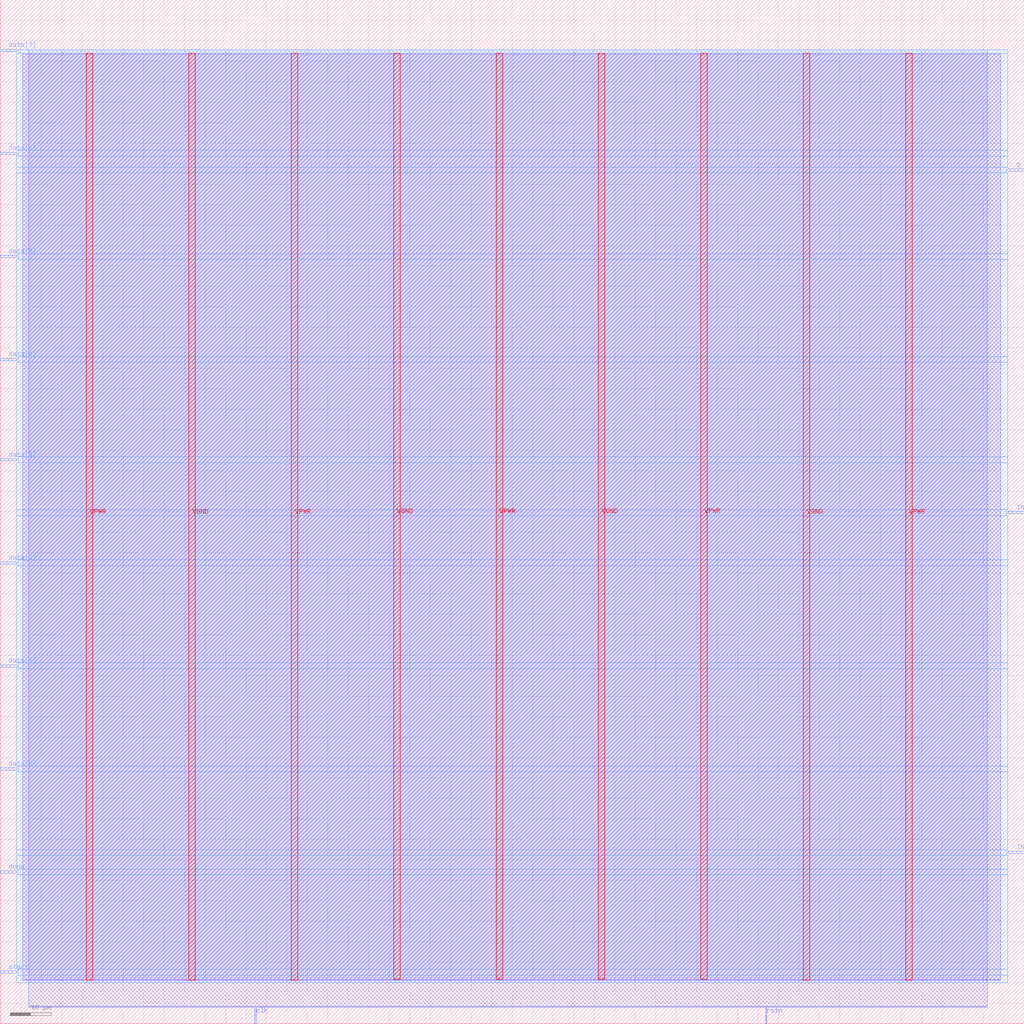
<source format=lef>
VERSION 5.7 ;
  NOWIREEXTENSIONATPIN ON ;
  DIVIDERCHAR "/" ;
  BUSBITCHARS "[]" ;
MACRO adc
  CLASS BLOCK ;
  FOREIGN adc ;
  ORIGIN 0.000 0.000 ;
  SIZE 250.000 BY 250.000 ;
  PIN INN
    DIRECTION INPUT ;
    USE SIGNAL ;
    PORT
      LAYER met3 ;
        RECT 246.000 124.480 250.000 125.080 ;
    END
  END INN
  PIN INP
    DIRECTION INPUT ;
    USE SIGNAL ;
    PORT
      LAYER met3 ;
        RECT 246.000 41.520 250.000 42.120 ;
    END
  END INP
  PIN Q
    DIRECTION OUTPUT TRISTATE ;
    USE SIGNAL ;
    PORT
      LAYER met3 ;
        RECT 246.000 208.120 250.000 208.720 ;
    END
  END Q
  PIN clk
    DIRECTION INPUT ;
    USE SIGNAL ;
    PORT
      LAYER met2 ;
        RECT 62.190 0.000 62.470 4.000 ;
    END
  END clk
  PIN data[0]
    DIRECTION OUTPUT TRISTATE ;
    USE SIGNAL ;
    PORT
      LAYER met3 ;
        RECT 0.000 61.920 4.000 62.520 ;
    END
  END data[0]
  PIN data[1]
    DIRECTION OUTPUT TRISTATE ;
    USE SIGNAL ;
    PORT
      LAYER met3 ;
        RECT 0.000 87.080 4.000 87.680 ;
    END
  END data[1]
  PIN data[2]
    DIRECTION OUTPUT TRISTATE ;
    USE SIGNAL ;
    PORT
      LAYER met3 ;
        RECT 0.000 112.240 4.000 112.840 ;
    END
  END data[2]
  PIN data[3]
    DIRECTION OUTPUT TRISTATE ;
    USE SIGNAL ;
    PORT
      LAYER met3 ;
        RECT 0.000 137.400 4.000 138.000 ;
    END
  END data[3]
  PIN data[4]
    DIRECTION OUTPUT TRISTATE ;
    USE SIGNAL ;
    PORT
      LAYER met3 ;
        RECT 0.000 161.880 4.000 162.480 ;
    END
  END data[4]
  PIN data[5]
    DIRECTION OUTPUT TRISTATE ;
    USE SIGNAL ;
    PORT
      LAYER met3 ;
        RECT 0.000 187.040 4.000 187.640 ;
    END
  END data[5]
  PIN data[6]
    DIRECTION OUTPUT TRISTATE ;
    USE SIGNAL ;
    PORT
      LAYER met3 ;
        RECT 0.000 212.200 4.000 212.800 ;
    END
  END data[6]
  PIN data[7]
    DIRECTION OUTPUT TRISTATE ;
    USE SIGNAL ;
    PORT
      LAYER met3 ;
        RECT 0.000 237.360 4.000 237.960 ;
    END
  END data[7]
  PIN done
    DIRECTION OUTPUT TRISTATE ;
    USE SIGNAL ;
    PORT
      LAYER met3 ;
        RECT 0.000 36.760 4.000 37.360 ;
    END
  END done
  PIN rstn
    DIRECTION INPUT ;
    USE SIGNAL ;
    PORT
      LAYER met2 ;
        RECT 186.850 0.000 187.130 4.000 ;
    END
  END rstn
  PIN start
    DIRECTION INPUT ;
    USE SIGNAL ;
    PORT
      LAYER met3 ;
        RECT 0.000 12.280 4.000 12.880 ;
    END
  END start
  PIN VPWR
    DIRECTION INOUT ;
    USE POWER ;
    PORT
      LAYER met4 ;
        RECT 221.040 10.640 222.640 236.880 ;
    END
  END VPWR
  PIN VPWR
    DIRECTION INOUT ;
    USE POWER ;
    PORT
      LAYER met4 ;
        RECT 171.040 10.880 172.640 236.880 ;
    END
  END VPWR
  PIN VPWR
    DIRECTION INOUT ;
    USE POWER ;
    PORT
      LAYER met4 ;
        RECT 121.040 10.880 122.640 236.880 ;
    END
  END VPWR
  PIN VPWR
    DIRECTION INOUT ;
    USE POWER ;
    PORT
      LAYER met4 ;
        RECT 71.040 10.640 72.640 236.880 ;
    END
  END VPWR
  PIN VPWR
    DIRECTION INOUT ;
    USE POWER ;
    PORT
      LAYER met4 ;
        RECT 21.040 10.640 22.640 236.880 ;
    END
  END VPWR
  PIN VGND
    DIRECTION INOUT ;
    USE GROUND ;
    PORT
      LAYER met4 ;
        RECT 196.040 10.640 197.640 236.880 ;
    END
  END VGND
  PIN VGND
    DIRECTION INOUT ;
    USE GROUND ;
    PORT
      LAYER met4 ;
        RECT 146.040 10.880 147.640 236.880 ;
    END
  END VGND
  PIN VGND
    DIRECTION INOUT ;
    USE GROUND ;
    PORT
      LAYER met4 ;
        RECT 96.040 10.880 97.640 236.880 ;
    END
  END VGND
  PIN VGND
    DIRECTION INOUT ;
    USE GROUND ;
    PORT
      LAYER met4 ;
        RECT 46.040 10.640 47.640 236.880 ;
    END
  END VGND
  OBS
      LAYER li1 ;
        RECT 5.520 10.795 244.260 236.725 ;
      LAYER met1 ;
        RECT 5.520 10.640 244.260 236.880 ;
      LAYER met2 ;
        RECT 6.990 4.280 240.950 237.845 ;
        RECT 6.990 4.000 61.910 4.280 ;
        RECT 62.750 4.000 186.570 4.280 ;
        RECT 187.410 4.000 240.950 4.280 ;
      LAYER met3 ;
        RECT 4.400 236.960 246.000 237.825 ;
        RECT 4.000 213.200 246.000 236.960 ;
        RECT 4.400 211.800 246.000 213.200 ;
        RECT 4.000 209.120 246.000 211.800 ;
        RECT 4.000 207.720 245.600 209.120 ;
        RECT 4.000 188.040 246.000 207.720 ;
        RECT 4.400 186.640 246.000 188.040 ;
        RECT 4.000 162.880 246.000 186.640 ;
        RECT 4.400 161.480 246.000 162.880 ;
        RECT 4.000 138.400 246.000 161.480 ;
        RECT 4.400 137.000 246.000 138.400 ;
        RECT 4.000 125.480 246.000 137.000 ;
        RECT 4.000 124.080 245.600 125.480 ;
        RECT 4.000 113.240 246.000 124.080 ;
        RECT 4.400 111.840 246.000 113.240 ;
        RECT 4.000 88.080 246.000 111.840 ;
        RECT 4.400 86.680 246.000 88.080 ;
        RECT 4.000 62.920 246.000 86.680 ;
        RECT 4.400 61.520 246.000 62.920 ;
        RECT 4.000 42.520 246.000 61.520 ;
        RECT 4.000 41.120 245.600 42.520 ;
        RECT 4.000 37.760 246.000 41.120 ;
        RECT 4.400 36.360 246.000 37.760 ;
        RECT 4.000 13.280 246.000 36.360 ;
        RECT 4.400 11.880 246.000 13.280 ;
        RECT 4.000 10.000 246.000 11.880 ;
  END
END adc
END LIBRARY


</source>
